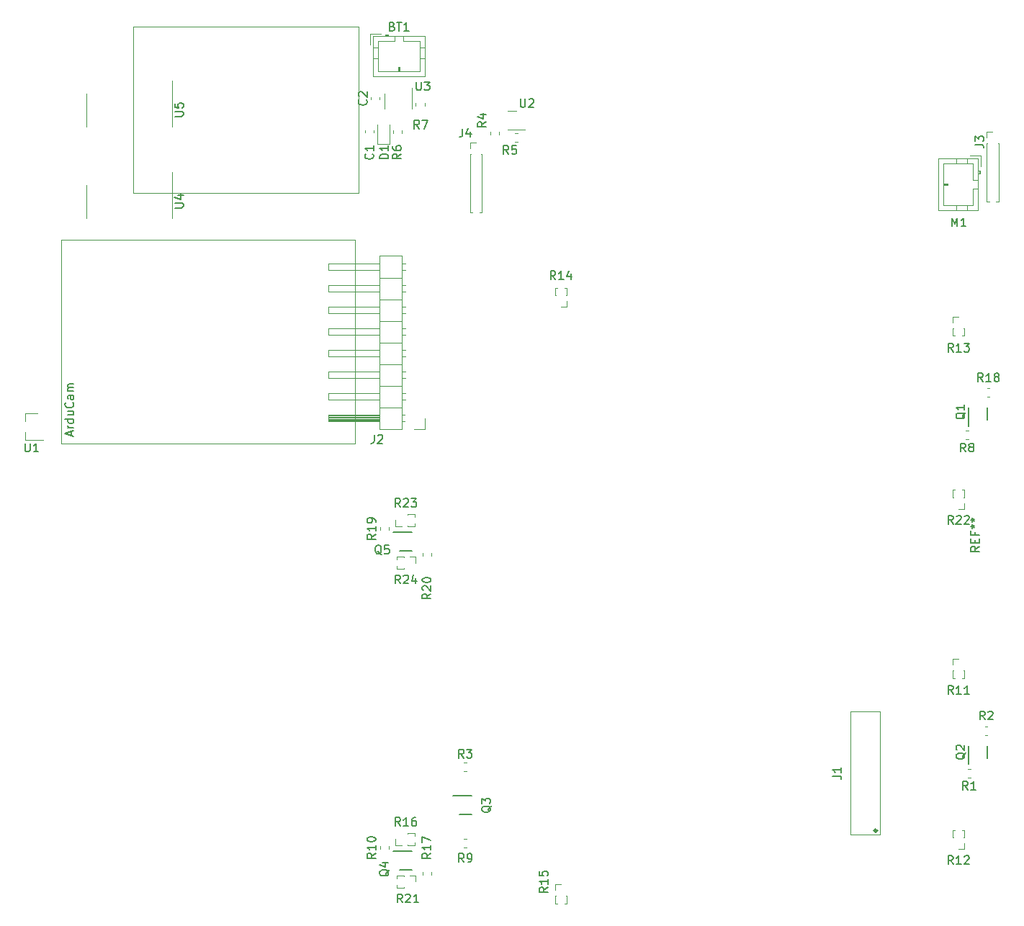
<source format=gbr>
G04 #@! TF.GenerationSoftware,KiCad,Pcbnew,(5.1.2)-2*
G04 #@! TF.CreationDate,2019-07-18T11:18:45-04:00*
G04 #@! TF.ProjectId,Burt,42757274-2e6b-4696-9361-645f70636258,rev?*
G04 #@! TF.SameCoordinates,Original*
G04 #@! TF.FileFunction,Legend,Top*
G04 #@! TF.FilePolarity,Positive*
%FSLAX46Y46*%
G04 Gerber Fmt 4.6, Leading zero omitted, Abs format (unit mm)*
G04 Created by KiCad (PCBNEW (5.1.2)-2) date 2019-07-18 11:18:45*
%MOMM*%
%LPD*%
G04 APERTURE LIST*
%ADD10C,0.120000*%
%ADD11C,0.150000*%
%ADD12C,0.300000*%
G04 APERTURE END LIST*
D10*
X-10000000Y41500000D02*
X-36500000Y41500000D01*
X-10000000Y61000000D02*
X-10000000Y41500000D01*
X-36500000Y61000000D02*
X-10000000Y61000000D01*
X-36500000Y41500000D02*
X-36500000Y61000000D01*
D11*
X-43833333Y12928571D02*
X-43833333Y13404761D01*
X-43547619Y12833333D02*
X-44547619Y13166666D01*
X-43547619Y13500000D01*
X-43547619Y13833333D02*
X-44214285Y13833333D01*
X-44023809Y13833333D02*
X-44119047Y13880952D01*
X-44166666Y13928571D01*
X-44214285Y14023809D01*
X-44214285Y14119047D01*
X-43547619Y14880952D02*
X-44547619Y14880952D01*
X-43595238Y14880952D02*
X-43547619Y14785714D01*
X-43547619Y14595238D01*
X-43595238Y14500000D01*
X-43642857Y14452380D01*
X-43738095Y14404761D01*
X-44023809Y14404761D01*
X-44119047Y14452380D01*
X-44166666Y14500000D01*
X-44214285Y14595238D01*
X-44214285Y14785714D01*
X-44166666Y14880952D01*
X-44214285Y15785714D02*
X-43547619Y15785714D01*
X-44214285Y15357142D02*
X-43690476Y15357142D01*
X-43595238Y15404761D01*
X-43547619Y15500000D01*
X-43547619Y15642857D01*
X-43595238Y15738095D01*
X-43642857Y15785714D01*
X-43642857Y16833333D02*
X-43595238Y16785714D01*
X-43547619Y16642857D01*
X-43547619Y16547619D01*
X-43595238Y16404761D01*
X-43690476Y16309523D01*
X-43785714Y16261904D01*
X-43976190Y16214285D01*
X-44119047Y16214285D01*
X-44309523Y16261904D01*
X-44404761Y16309523D01*
X-44500000Y16404761D01*
X-44547619Y16547619D01*
X-44547619Y16642857D01*
X-44500000Y16785714D01*
X-44452380Y16833333D01*
X-43547619Y17690476D02*
X-44071428Y17690476D01*
X-44166666Y17642857D01*
X-44214285Y17547619D01*
X-44214285Y17357142D01*
X-44166666Y17261904D01*
X-43595238Y17690476D02*
X-43547619Y17595238D01*
X-43547619Y17357142D01*
X-43595238Y17261904D01*
X-43690476Y17214285D01*
X-43785714Y17214285D01*
X-43880952Y17261904D01*
X-43928571Y17357142D01*
X-43928571Y17595238D01*
X-43976190Y17690476D01*
X-43547619Y18166666D02*
X-44214285Y18166666D01*
X-44119047Y18166666D02*
X-44166666Y18214285D01*
X-44214285Y18309523D01*
X-44214285Y18452380D01*
X-44166666Y18547619D01*
X-44071428Y18595238D01*
X-43547619Y18595238D01*
X-44071428Y18595238D02*
X-44166666Y18642857D01*
X-44214285Y18738095D01*
X-44214285Y18880952D01*
X-44166666Y18976190D01*
X-44071428Y19023809D01*
X-43547619Y19023809D01*
D10*
X-45000000Y12000000D02*
X-10500000Y12000000D01*
X-45000000Y36000000D02*
X-45000000Y12000000D01*
X-10500000Y36000000D02*
X-45000000Y36000000D01*
X-10500000Y12000000D02*
X-10500000Y36000000D01*
X-8360000Y59910000D02*
X-8360000Y55190000D01*
X-8360000Y55190000D02*
X-2240000Y55190000D01*
X-2240000Y55190000D02*
X-2240000Y59910000D01*
X-2240000Y59910000D02*
X-8360000Y59910000D01*
X-6600000Y59910000D02*
X-6600000Y60110000D01*
X-6600000Y60110000D02*
X-6900000Y60110000D01*
X-6900000Y60110000D02*
X-6900000Y59910000D01*
X-6600000Y60010000D02*
X-6900000Y60010000D01*
X-5800000Y59910000D02*
X-5800000Y59300000D01*
X-5800000Y59300000D02*
X-7750000Y59300000D01*
X-7750000Y59300000D02*
X-7750000Y55800000D01*
X-7750000Y55800000D02*
X-2850000Y55800000D01*
X-2850000Y55800000D02*
X-2850000Y59300000D01*
X-2850000Y59300000D02*
X-4800000Y59300000D01*
X-4800000Y59300000D02*
X-4800000Y59910000D01*
X-8360000Y58600000D02*
X-7750000Y58600000D01*
X-8360000Y57300000D02*
X-7750000Y57300000D01*
X-2240000Y58600000D02*
X-2850000Y58600000D01*
X-2240000Y57300000D02*
X-2850000Y57300000D01*
X-5400000Y55800000D02*
X-5400000Y56300000D01*
X-5400000Y56300000D02*
X-5200000Y56300000D01*
X-5200000Y56300000D02*
X-5200000Y55800000D01*
X-5300000Y55800000D02*
X-5300000Y56300000D01*
X-7410000Y60210000D02*
X-8660000Y60210000D01*
X-8660000Y60210000D02*
X-8660000Y58960000D01*
X-8240000Y48875279D02*
X-8240000Y48549721D01*
X-9260000Y48875279D02*
X-9260000Y48549721D01*
X-8610000Y52775279D02*
X-8610000Y52449721D01*
X-7590000Y52775279D02*
X-7590000Y52449721D01*
X-7835000Y49500000D02*
X-7835000Y47215000D01*
X-7835000Y47215000D02*
X-6365000Y47215000D01*
X-6365000Y47215000D02*
X-6365000Y49500000D01*
X63110000Y45860000D02*
X61860000Y45860000D01*
X63110000Y44610000D02*
X63110000Y45860000D01*
X58700000Y42500000D02*
X59200000Y42500000D01*
X59200000Y42400000D02*
X58700000Y42400000D01*
X59200000Y42600000D02*
X59200000Y42400000D01*
X58700000Y42600000D02*
X59200000Y42600000D01*
X60200000Y39440000D02*
X60200000Y40050000D01*
X61500000Y39440000D02*
X61500000Y40050000D01*
X60200000Y45560000D02*
X60200000Y44950000D01*
X61500000Y45560000D02*
X61500000Y44950000D01*
X62200000Y42000000D02*
X62810000Y42000000D01*
X62200000Y40050000D02*
X62200000Y42000000D01*
X58700000Y40050000D02*
X62200000Y40050000D01*
X58700000Y44950000D02*
X58700000Y40050000D01*
X62200000Y44950000D02*
X58700000Y44950000D01*
X62200000Y43000000D02*
X62200000Y44950000D01*
X62810000Y43000000D02*
X62200000Y43000000D01*
X62910000Y43800000D02*
X62910000Y44100000D01*
X63010000Y44100000D02*
X62810000Y44100000D01*
X63010000Y43800000D02*
X63010000Y44100000D01*
X62810000Y43800000D02*
X63010000Y43800000D01*
X62810000Y39440000D02*
X62810000Y45560000D01*
X58090000Y39440000D02*
X62810000Y39440000D01*
X58090000Y45560000D02*
X58090000Y39440000D01*
X62810000Y45560000D02*
X58090000Y45560000D01*
D11*
X63850000Y14775000D02*
X63850000Y16225000D01*
X61650000Y14050000D02*
X61650000Y16225000D01*
X63850000Y-24975000D02*
X63850000Y-23525000D01*
X61650000Y-25700000D02*
X61650000Y-23525000D01*
X1775000Y-31600000D02*
X3225000Y-31600000D01*
X1050000Y-29400000D02*
X3225000Y-29400000D01*
X-5950000Y1600000D02*
X-3775000Y1600000D01*
X-5225000Y-600000D02*
X-3775000Y-600000D01*
D10*
X61587221Y-27260000D02*
X61912779Y-27260000D01*
X61587221Y-26240000D02*
X61912779Y-26240000D01*
X63912779Y-21240000D02*
X63587221Y-21240000D01*
X63912779Y-22260000D02*
X63587221Y-22260000D01*
X2662779Y-25490000D02*
X2337221Y-25490000D01*
X2662779Y-26510000D02*
X2337221Y-26510000D01*
X6510000Y48662779D02*
X6510000Y48337221D01*
X5490000Y48662779D02*
X5490000Y48337221D01*
X8337221Y47490000D02*
X8662779Y47490000D01*
X8337221Y48510000D02*
X8662779Y48510000D01*
X-6010000Y48537221D02*
X-6010000Y48862779D01*
X-4990000Y48537221D02*
X-4990000Y48862779D01*
X-2290000Y52062779D02*
X-2290000Y51737221D01*
X-3310000Y52062779D02*
X-3310000Y51737221D01*
X61337221Y13510000D02*
X61662779Y13510000D01*
X61337221Y12490000D02*
X61662779Y12490000D01*
X2337221Y-35510000D02*
X2662779Y-35510000D01*
X2337221Y-34490000D02*
X2662779Y-34490000D01*
X-6490000Y-35337221D02*
X-6490000Y-35662779D01*
X-7510000Y-35337221D02*
X-7510000Y-35662779D01*
X59805000Y-13315000D02*
X60500000Y-13315000D01*
X59805000Y-14000000D02*
X59805000Y-13315000D01*
X61108276Y-14685000D02*
X61195000Y-14685000D01*
X59805000Y-14685000D02*
X59891724Y-14685000D01*
X61195000Y-14685000D02*
X61195000Y-15560000D01*
X59805000Y-14685000D02*
X59805000Y-15560000D01*
X60894493Y-15560000D02*
X61195000Y-15560000D01*
X59805000Y-15560000D02*
X60105507Y-15560000D01*
X61195000Y-35685000D02*
X60500000Y-35685000D01*
X61195000Y-35000000D02*
X61195000Y-35685000D01*
X59891724Y-34315000D02*
X59805000Y-34315000D01*
X61195000Y-34315000D02*
X61108276Y-34315000D01*
X59805000Y-34315000D02*
X59805000Y-33440000D01*
X61195000Y-34315000D02*
X61195000Y-33440000D01*
X60105507Y-33440000D02*
X59805000Y-33440000D01*
X61195000Y-33440000D02*
X60894493Y-33440000D01*
X59805000Y26935000D02*
X60500000Y26935000D01*
X59805000Y26250000D02*
X59805000Y26935000D01*
X61108276Y25565000D02*
X61195000Y25565000D01*
X59805000Y25565000D02*
X59891724Y25565000D01*
X61195000Y25565000D02*
X61195000Y24690000D01*
X59805000Y25565000D02*
X59805000Y24690000D01*
X60894493Y24690000D02*
X61195000Y24690000D01*
X59805000Y24690000D02*
X60105507Y24690000D01*
X14445000Y28065000D02*
X13750000Y28065000D01*
X14445000Y28750000D02*
X14445000Y28065000D01*
X13141724Y29435000D02*
X13055000Y29435000D01*
X14445000Y29435000D02*
X14358276Y29435000D01*
X13055000Y29435000D02*
X13055000Y30310000D01*
X14445000Y29435000D02*
X14445000Y30310000D01*
X13355507Y30310000D02*
X13055000Y30310000D01*
X14445000Y30310000D02*
X14144493Y30310000D01*
X13055000Y-42060000D02*
X13355507Y-42060000D01*
X14144493Y-42060000D02*
X14445000Y-42060000D01*
X13055000Y-41185000D02*
X13055000Y-42060000D01*
X14445000Y-41185000D02*
X14445000Y-42060000D01*
X13055000Y-41185000D02*
X13141724Y-41185000D01*
X14358276Y-41185000D02*
X14445000Y-41185000D01*
X13055000Y-40500000D02*
X13055000Y-39815000D01*
X13055000Y-39815000D02*
X13750000Y-39815000D01*
X-3440000Y-35195000D02*
X-3440000Y-34894493D01*
X-3440000Y-34105507D02*
X-3440000Y-33805000D01*
X-4315000Y-35195000D02*
X-3440000Y-35195000D01*
X-4315000Y-33805000D02*
X-3440000Y-33805000D01*
X-4315000Y-35195000D02*
X-4315000Y-35108276D01*
X-4315000Y-33891724D02*
X-4315000Y-33805000D01*
X-5000000Y-35195000D02*
X-5685000Y-35195000D01*
X-5685000Y-35195000D02*
X-5685000Y-34500000D01*
X-2510000Y-38662779D02*
X-2510000Y-38337221D01*
X-1490000Y-38662779D02*
X-1490000Y-38337221D01*
X64162779Y18510000D02*
X63837221Y18510000D01*
X64162779Y17490000D02*
X63837221Y17490000D01*
X-7510000Y2162779D02*
X-7510000Y1837221D01*
X-6490000Y2162779D02*
X-6490000Y1837221D01*
X-2510000Y-1162779D02*
X-2510000Y-837221D01*
X-1490000Y-1162779D02*
X-1490000Y-837221D01*
X-3315000Y-38805000D02*
X-3315000Y-39500000D01*
X-4000000Y-38805000D02*
X-3315000Y-38805000D01*
X-4685000Y-40108276D02*
X-4685000Y-40195000D01*
X-4685000Y-38805000D02*
X-4685000Y-38891724D01*
X-4685000Y-40195000D02*
X-5560000Y-40195000D01*
X-4685000Y-38805000D02*
X-5560000Y-38805000D01*
X-5560000Y-39894493D02*
X-5560000Y-40195000D01*
X-5560000Y-38805000D02*
X-5560000Y-39105507D01*
X61195000Y6560000D02*
X60894493Y6560000D01*
X60105507Y6560000D02*
X59805000Y6560000D01*
X61195000Y5685000D02*
X61195000Y6560000D01*
X59805000Y5685000D02*
X59805000Y6560000D01*
X61195000Y5685000D02*
X61108276Y5685000D01*
X59891724Y5685000D02*
X59805000Y5685000D01*
X61195000Y5000000D02*
X61195000Y4315000D01*
X61195000Y4315000D02*
X60500000Y4315000D01*
X-3440000Y2305000D02*
X-3440000Y2605507D01*
X-3440000Y3394493D02*
X-3440000Y3695000D01*
X-4315000Y2305000D02*
X-3440000Y2305000D01*
X-4315000Y3695000D02*
X-3440000Y3695000D01*
X-4315000Y2305000D02*
X-4315000Y2391724D01*
X-4315000Y3608276D02*
X-4315000Y3695000D01*
X-5000000Y2305000D02*
X-5685000Y2305000D01*
X-5685000Y2305000D02*
X-5685000Y3000000D01*
X-5560000Y-1305000D02*
X-5560000Y-1605507D01*
X-5560000Y-2394493D02*
X-5560000Y-2695000D01*
X-4685000Y-1305000D02*
X-5560000Y-1305000D01*
X-4685000Y-2695000D02*
X-5560000Y-2695000D01*
X-4685000Y-1305000D02*
X-4685000Y-1391724D01*
X-4685000Y-2608276D02*
X-4685000Y-2695000D01*
X-4000000Y-1305000D02*
X-3315000Y-1305000D01*
X-3315000Y-1305000D02*
X-3315000Y-2000000D01*
X-49260000Y15580000D02*
X-49260000Y14650000D01*
X-49260000Y12420000D02*
X-49260000Y13350000D01*
X-49260000Y12420000D02*
X-47100000Y12420000D01*
X-49260000Y15580000D02*
X-47800000Y15580000D01*
X8500000Y51110000D02*
X7500000Y51110000D01*
X9500000Y48890000D02*
X7500000Y48890000D01*
X-7010000Y53200000D02*
X-7010000Y51400000D01*
X-3790000Y51400000D02*
X-3790000Y53850000D01*
X-42060000Y40500000D02*
X-42060000Y38550000D01*
X-42060000Y40500000D02*
X-42060000Y42450000D01*
X-31940000Y40500000D02*
X-31940000Y38550000D01*
X-31940000Y40500000D02*
X-31940000Y43950000D01*
X-4940000Y13670000D02*
X-4940000Y34110000D01*
X-4940000Y34110000D02*
X-7600000Y34110000D01*
X-7600000Y34110000D02*
X-7600000Y13670000D01*
X-7600000Y13670000D02*
X-4940000Y13670000D01*
X-7600000Y14620000D02*
X-13600000Y14620000D01*
X-13600000Y14620000D02*
X-13600000Y15380000D01*
X-13600000Y15380000D02*
X-7600000Y15380000D01*
X-7600000Y14680000D02*
X-13600000Y14680000D01*
X-7600000Y14800000D02*
X-13600000Y14800000D01*
X-7600000Y14920000D02*
X-13600000Y14920000D01*
X-7600000Y15040000D02*
X-13600000Y15040000D01*
X-7600000Y15160000D02*
X-13600000Y15160000D01*
X-7600000Y15280000D02*
X-13600000Y15280000D01*
X-4610000Y14620000D02*
X-4940000Y14620000D01*
X-4610000Y15380000D02*
X-4940000Y15380000D01*
X-4940000Y16270000D02*
X-7600000Y16270000D01*
X-7600000Y17160000D02*
X-13600000Y17160000D01*
X-13600000Y17160000D02*
X-13600000Y17920000D01*
X-13600000Y17920000D02*
X-7600000Y17920000D01*
X-4542929Y17160000D02*
X-4940000Y17160000D01*
X-4542929Y17920000D02*
X-4940000Y17920000D01*
X-4940000Y18810000D02*
X-7600000Y18810000D01*
X-7600000Y19700000D02*
X-13600000Y19700000D01*
X-13600000Y19700000D02*
X-13600000Y20460000D01*
X-13600000Y20460000D02*
X-7600000Y20460000D01*
X-4542929Y19700000D02*
X-4940000Y19700000D01*
X-4542929Y20460000D02*
X-4940000Y20460000D01*
X-4940000Y21350000D02*
X-7600000Y21350000D01*
X-7600000Y22240000D02*
X-13600000Y22240000D01*
X-13600000Y22240000D02*
X-13600000Y23000000D01*
X-13600000Y23000000D02*
X-7600000Y23000000D01*
X-4542929Y22240000D02*
X-4940000Y22240000D01*
X-4542929Y23000000D02*
X-4940000Y23000000D01*
X-4940000Y23890000D02*
X-7600000Y23890000D01*
X-7600000Y24780000D02*
X-13600000Y24780000D01*
X-13600000Y24780000D02*
X-13600000Y25540000D01*
X-13600000Y25540000D02*
X-7600000Y25540000D01*
X-4542929Y24780000D02*
X-4940000Y24780000D01*
X-4542929Y25540000D02*
X-4940000Y25540000D01*
X-4940000Y26430000D02*
X-7600000Y26430000D01*
X-7600000Y27320000D02*
X-13600000Y27320000D01*
X-13600000Y27320000D02*
X-13600000Y28080000D01*
X-13600000Y28080000D02*
X-7600000Y28080000D01*
X-4542929Y27320000D02*
X-4940000Y27320000D01*
X-4542929Y28080000D02*
X-4940000Y28080000D01*
X-4940000Y28970000D02*
X-7600000Y28970000D01*
X-7600000Y29860000D02*
X-13600000Y29860000D01*
X-13600000Y29860000D02*
X-13600000Y30620000D01*
X-13600000Y30620000D02*
X-7600000Y30620000D01*
X-4542929Y29860000D02*
X-4940000Y29860000D01*
X-4542929Y30620000D02*
X-4940000Y30620000D01*
X-4940000Y31510000D02*
X-7600000Y31510000D01*
X-7600000Y32400000D02*
X-13600000Y32400000D01*
X-13600000Y32400000D02*
X-13600000Y33160000D01*
X-13600000Y33160000D02*
X-7600000Y33160000D01*
X-4542929Y32400000D02*
X-4940000Y32400000D01*
X-4542929Y33160000D02*
X-4940000Y33160000D01*
X-2230000Y15000000D02*
X-2230000Y13730000D01*
X-2230000Y13730000D02*
X-3500000Y13730000D01*
X51250000Y-19500000D02*
X51250000Y-34000000D01*
X51250000Y-34000000D02*
X47750000Y-34000000D01*
X47750000Y-34000000D02*
X47750000Y-19500000D01*
X47750000Y-19500000D02*
X51250000Y-19500000D01*
D12*
X50900000Y-33500000D02*
G75*
G03X50900000Y-33500000I-150000J0D01*
G01*
D11*
X-5950000Y-35900000D02*
X-3775000Y-35900000D01*
X-5225000Y-38100000D02*
X-3775000Y-38100000D01*
D10*
X-42060000Y51250000D02*
X-42060000Y49300000D01*
X-42060000Y51250000D02*
X-42060000Y53200000D01*
X-31940000Y51250000D02*
X-31940000Y49300000D01*
X-31940000Y51250000D02*
X-31940000Y54700000D01*
X63805000Y48685000D02*
X64500000Y48685000D01*
X63805000Y48000000D02*
X63805000Y48685000D01*
X65108276Y47315000D02*
X65195000Y47315000D01*
X63805000Y47315000D02*
X63891724Y47315000D01*
X65195000Y47315000D02*
X65195000Y40440000D01*
X63805000Y47315000D02*
X63805000Y40440000D01*
X64894493Y40440000D02*
X65195000Y40440000D01*
X63805000Y40440000D02*
X64105507Y40440000D01*
X3055000Y39190000D02*
X3355507Y39190000D01*
X4144493Y39190000D02*
X4445000Y39190000D01*
X3055000Y46065000D02*
X3055000Y39190000D01*
X4445000Y46065000D02*
X4445000Y39190000D01*
X3055000Y46065000D02*
X3141724Y46065000D01*
X4358276Y46065000D02*
X4445000Y46065000D01*
X3055000Y46750000D02*
X3055000Y47435000D01*
X3055000Y47435000D02*
X3750000Y47435000D01*
D11*
X62952380Y-83333D02*
X62476190Y-416666D01*
X62952380Y-654761D02*
X61952380Y-654761D01*
X61952380Y-273809D01*
X62000000Y-178571D01*
X62047619Y-130952D01*
X62142857Y-83333D01*
X62285714Y-83333D01*
X62380952Y-130952D01*
X62428571Y-178571D01*
X62476190Y-273809D01*
X62476190Y-654761D01*
X62428571Y345238D02*
X62428571Y678571D01*
X62952380Y821428D02*
X62952380Y345238D01*
X61952380Y345238D01*
X61952380Y821428D01*
X62428571Y1583333D02*
X62428571Y1250000D01*
X62952380Y1250000D02*
X61952380Y1250000D01*
X61952380Y1726190D01*
X61952380Y2250000D02*
X62190476Y2250000D01*
X62095238Y2011904D02*
X62190476Y2250000D01*
X62095238Y2488095D01*
X62380952Y2107142D02*
X62190476Y2250000D01*
X62380952Y2392857D01*
X61952380Y3011904D02*
X62190476Y3011904D01*
X62095238Y2773809D02*
X62190476Y3011904D01*
X62095238Y3250000D01*
X62380952Y2869047D02*
X62190476Y3011904D01*
X62380952Y3154761D01*
X-6085714Y61071428D02*
X-5942857Y61023809D01*
X-5895238Y60976190D01*
X-5847619Y60880952D01*
X-5847619Y60738095D01*
X-5895238Y60642857D01*
X-5942857Y60595238D01*
X-6038095Y60547619D01*
X-6419047Y60547619D01*
X-6419047Y61547619D01*
X-6085714Y61547619D01*
X-5990476Y61500000D01*
X-5942857Y61452380D01*
X-5895238Y61357142D01*
X-5895238Y61261904D01*
X-5942857Y61166666D01*
X-5990476Y61119047D01*
X-6085714Y61071428D01*
X-6419047Y61071428D01*
X-5561904Y61547619D02*
X-4990476Y61547619D01*
X-5276190Y60547619D02*
X-5276190Y61547619D01*
X-4133333Y60547619D02*
X-4704761Y60547619D01*
X-4419047Y60547619D02*
X-4419047Y61547619D01*
X-4514285Y61404761D01*
X-4609523Y61309523D01*
X-4704761Y61261904D01*
X-8392857Y46083333D02*
X-8345238Y46035714D01*
X-8297619Y45892857D01*
X-8297619Y45797619D01*
X-8345238Y45654761D01*
X-8440476Y45559523D01*
X-8535714Y45511904D01*
X-8726190Y45464285D01*
X-8869047Y45464285D01*
X-9059523Y45511904D01*
X-9154761Y45559523D01*
X-9250000Y45654761D01*
X-9297619Y45797619D01*
X-9297619Y45892857D01*
X-9250000Y46035714D01*
X-9202380Y46083333D01*
X-8297619Y47035714D02*
X-8297619Y46464285D01*
X-8297619Y46750000D02*
X-9297619Y46750000D01*
X-9154761Y46654761D01*
X-9059523Y46559523D01*
X-9011904Y46464285D01*
X-9142857Y52445833D02*
X-9095238Y52398214D01*
X-9047619Y52255357D01*
X-9047619Y52160119D01*
X-9095238Y52017261D01*
X-9190476Y51922023D01*
X-9285714Y51874404D01*
X-9476190Y51826785D01*
X-9619047Y51826785D01*
X-9809523Y51874404D01*
X-9904761Y51922023D01*
X-10000000Y52017261D01*
X-10047619Y52160119D01*
X-10047619Y52255357D01*
X-10000000Y52398214D01*
X-9952380Y52445833D01*
X-9952380Y52826785D02*
X-10000000Y52874404D01*
X-10047619Y52969642D01*
X-10047619Y53207738D01*
X-10000000Y53302976D01*
X-9952380Y53350595D01*
X-9857142Y53398214D01*
X-9761904Y53398214D01*
X-9619047Y53350595D01*
X-9047619Y52779166D01*
X-9047619Y53398214D01*
X-6547619Y45511904D02*
X-7547619Y45511904D01*
X-7547619Y45750000D01*
X-7500000Y45892857D01*
X-7404761Y45988095D01*
X-7309523Y46035714D01*
X-7119047Y46083333D01*
X-6976190Y46083333D01*
X-6785714Y46035714D01*
X-6690476Y45988095D01*
X-6595238Y45892857D01*
X-6547619Y45750000D01*
X-6547619Y45511904D01*
X-6547619Y47035714D02*
X-6547619Y46464285D01*
X-6547619Y46750000D02*
X-7547619Y46750000D01*
X-7404761Y46654761D01*
X-7309523Y46559523D01*
X-7261904Y46464285D01*
X59690476Y37547619D02*
X59690476Y38547619D01*
X60023809Y37833333D01*
X60357142Y38547619D01*
X60357142Y37547619D01*
X61357142Y37547619D02*
X60785714Y37547619D01*
X61071428Y37547619D02*
X61071428Y38547619D01*
X60976190Y38404761D01*
X60880952Y38309523D01*
X60785714Y38261904D01*
X61297619Y15654761D02*
X61250000Y15559523D01*
X61154761Y15464285D01*
X61011904Y15321428D01*
X60964285Y15226190D01*
X60964285Y15130952D01*
X61202380Y15178571D02*
X61154761Y15083333D01*
X61059523Y14988095D01*
X60869047Y14940476D01*
X60535714Y14940476D01*
X60345238Y14988095D01*
X60250000Y15083333D01*
X60202380Y15178571D01*
X60202380Y15369047D01*
X60250000Y15464285D01*
X60345238Y15559523D01*
X60535714Y15607142D01*
X60869047Y15607142D01*
X61059523Y15559523D01*
X61154761Y15464285D01*
X61202380Y15369047D01*
X61202380Y15178571D01*
X61202380Y16559523D02*
X61202380Y15988095D01*
X61202380Y16273809D02*
X60202380Y16273809D01*
X60345238Y16178571D01*
X60440476Y16083333D01*
X60488095Y15988095D01*
X61297619Y-24345238D02*
X61250000Y-24440476D01*
X61154761Y-24535714D01*
X61011904Y-24678571D01*
X60964285Y-24773809D01*
X60964285Y-24869047D01*
X61202380Y-24821428D02*
X61154761Y-24916666D01*
X61059523Y-25011904D01*
X60869047Y-25059523D01*
X60535714Y-25059523D01*
X60345238Y-25011904D01*
X60250000Y-24916666D01*
X60202380Y-24821428D01*
X60202380Y-24630952D01*
X60250000Y-24535714D01*
X60345238Y-24440476D01*
X60535714Y-24392857D01*
X60869047Y-24392857D01*
X61059523Y-24440476D01*
X61154761Y-24535714D01*
X61202380Y-24630952D01*
X61202380Y-24821428D01*
X60297619Y-24011904D02*
X60250000Y-23964285D01*
X60202380Y-23869047D01*
X60202380Y-23630952D01*
X60250000Y-23535714D01*
X60297619Y-23488095D01*
X60392857Y-23440476D01*
X60488095Y-23440476D01*
X60630952Y-23488095D01*
X61202380Y-24059523D01*
X61202380Y-23440476D01*
X5547619Y-30595238D02*
X5500000Y-30690476D01*
X5404761Y-30785714D01*
X5261904Y-30928571D01*
X5214285Y-31023809D01*
X5214285Y-31119047D01*
X5452380Y-31071428D02*
X5404761Y-31166666D01*
X5309523Y-31261904D01*
X5119047Y-31309523D01*
X4785714Y-31309523D01*
X4595238Y-31261904D01*
X4500000Y-31166666D01*
X4452380Y-31071428D01*
X4452380Y-30880952D01*
X4500000Y-30785714D01*
X4595238Y-30690476D01*
X4785714Y-30642857D01*
X5119047Y-30642857D01*
X5309523Y-30690476D01*
X5404761Y-30785714D01*
X5452380Y-30880952D01*
X5452380Y-31071428D01*
X4452380Y-30309523D02*
X4452380Y-29690476D01*
X4833333Y-30023809D01*
X4833333Y-29880952D01*
X4880952Y-29785714D01*
X4928571Y-29738095D01*
X5023809Y-29690476D01*
X5261904Y-29690476D01*
X5357142Y-29738095D01*
X5404761Y-29785714D01*
X5452380Y-29880952D01*
X5452380Y-30166666D01*
X5404761Y-30261904D01*
X5357142Y-30309523D01*
X-7345238Y-1047619D02*
X-7440476Y-1000000D01*
X-7535714Y-904761D01*
X-7678571Y-761904D01*
X-7773809Y-714285D01*
X-7869047Y-714285D01*
X-7821428Y-952380D02*
X-7916666Y-904761D01*
X-8011904Y-809523D01*
X-8059523Y-619047D01*
X-8059523Y-285714D01*
X-8011904Y-95238D01*
X-7916666Y0D01*
X-7821428Y47619D01*
X-7630952Y47619D01*
X-7535714Y0D01*
X-7440476Y-95238D01*
X-7392857Y-285714D01*
X-7392857Y-619047D01*
X-7440476Y-809523D01*
X-7535714Y-904761D01*
X-7630952Y-952380D01*
X-7821428Y-952380D01*
X-6488095Y47619D02*
X-6964285Y47619D01*
X-7011904Y-428571D01*
X-6964285Y-380952D01*
X-6869047Y-333333D01*
X-6630952Y-333333D01*
X-6535714Y-380952D01*
X-6488095Y-428571D01*
X-6440476Y-523809D01*
X-6440476Y-761904D01*
X-6488095Y-857142D01*
X-6535714Y-904761D01*
X-6630952Y-952380D01*
X-6869047Y-952380D01*
X-6964285Y-904761D01*
X-7011904Y-857142D01*
X61583333Y-28702380D02*
X61250000Y-28226190D01*
X61011904Y-28702380D02*
X61011904Y-27702380D01*
X61392857Y-27702380D01*
X61488095Y-27750000D01*
X61535714Y-27797619D01*
X61583333Y-27892857D01*
X61583333Y-28035714D01*
X61535714Y-28130952D01*
X61488095Y-28178571D01*
X61392857Y-28226190D01*
X61011904Y-28226190D01*
X62535714Y-28702380D02*
X61964285Y-28702380D01*
X62250000Y-28702380D02*
X62250000Y-27702380D01*
X62154761Y-27845238D01*
X62059523Y-27940476D01*
X61964285Y-27988095D01*
X63583333Y-20452380D02*
X63250000Y-19976190D01*
X63011904Y-20452380D02*
X63011904Y-19452380D01*
X63392857Y-19452380D01*
X63488095Y-19500000D01*
X63535714Y-19547619D01*
X63583333Y-19642857D01*
X63583333Y-19785714D01*
X63535714Y-19880952D01*
X63488095Y-19928571D01*
X63392857Y-19976190D01*
X63011904Y-19976190D01*
X63964285Y-19547619D02*
X64011904Y-19500000D01*
X64107142Y-19452380D01*
X64345238Y-19452380D01*
X64440476Y-19500000D01*
X64488095Y-19547619D01*
X64535714Y-19642857D01*
X64535714Y-19738095D01*
X64488095Y-19880952D01*
X63916666Y-20452380D01*
X64535714Y-20452380D01*
X2333333Y-24952380D02*
X2000000Y-24476190D01*
X1761904Y-24952380D02*
X1761904Y-23952380D01*
X2142857Y-23952380D01*
X2238095Y-24000000D01*
X2285714Y-24047619D01*
X2333333Y-24142857D01*
X2333333Y-24285714D01*
X2285714Y-24380952D01*
X2238095Y-24428571D01*
X2142857Y-24476190D01*
X1761904Y-24476190D01*
X2666666Y-23952380D02*
X3285714Y-23952380D01*
X2952380Y-24333333D01*
X3095238Y-24333333D01*
X3190476Y-24380952D01*
X3238095Y-24428571D01*
X3285714Y-24523809D01*
X3285714Y-24761904D01*
X3238095Y-24857142D01*
X3190476Y-24904761D01*
X3095238Y-24952380D01*
X2809523Y-24952380D01*
X2714285Y-24904761D01*
X2666666Y-24857142D01*
X4952380Y49833333D02*
X4476190Y49500000D01*
X4952380Y49261904D02*
X3952380Y49261904D01*
X3952380Y49642857D01*
X4000000Y49738095D01*
X4047619Y49785714D01*
X4142857Y49833333D01*
X4285714Y49833333D01*
X4380952Y49785714D01*
X4428571Y49738095D01*
X4476190Y49642857D01*
X4476190Y49261904D01*
X4285714Y50690476D02*
X4952380Y50690476D01*
X3904761Y50452380D02*
X4619047Y50214285D01*
X4619047Y50833333D01*
X7583333Y46047619D02*
X7250000Y46523809D01*
X7011904Y46047619D02*
X7011904Y47047619D01*
X7392857Y47047619D01*
X7488095Y47000000D01*
X7535714Y46952380D01*
X7583333Y46857142D01*
X7583333Y46714285D01*
X7535714Y46619047D01*
X7488095Y46571428D01*
X7392857Y46523809D01*
X7011904Y46523809D01*
X8488095Y47047619D02*
X8011904Y47047619D01*
X7964285Y46571428D01*
X8011904Y46619047D01*
X8107142Y46666666D01*
X8345238Y46666666D01*
X8440476Y46619047D01*
X8488095Y46571428D01*
X8535714Y46476190D01*
X8535714Y46238095D01*
X8488095Y46142857D01*
X8440476Y46095238D01*
X8345238Y46047619D01*
X8107142Y46047619D01*
X8011904Y46095238D01*
X7964285Y46142857D01*
X-5047619Y46083333D02*
X-5523809Y45750000D01*
X-5047619Y45511904D02*
X-6047619Y45511904D01*
X-6047619Y45892857D01*
X-6000000Y45988095D01*
X-5952380Y46035714D01*
X-5857142Y46083333D01*
X-5714285Y46083333D01*
X-5619047Y46035714D01*
X-5571428Y45988095D01*
X-5523809Y45892857D01*
X-5523809Y45511904D01*
X-6047619Y46940476D02*
X-6047619Y46750000D01*
X-6000000Y46654761D01*
X-5952380Y46607142D01*
X-5809523Y46511904D01*
X-5619047Y46464285D01*
X-5238095Y46464285D01*
X-5142857Y46511904D01*
X-5095238Y46559523D01*
X-5047619Y46654761D01*
X-5047619Y46845238D01*
X-5095238Y46940476D01*
X-5142857Y46988095D01*
X-5238095Y47035714D01*
X-5476190Y47035714D01*
X-5571428Y46988095D01*
X-5619047Y46940476D01*
X-5666666Y46845238D01*
X-5666666Y46654761D01*
X-5619047Y46559523D01*
X-5571428Y46511904D01*
X-5476190Y46464285D01*
X-2916666Y49047619D02*
X-3250000Y49523809D01*
X-3488095Y49047619D02*
X-3488095Y50047619D01*
X-3107142Y50047619D01*
X-3011904Y50000000D01*
X-2964285Y49952380D01*
X-2916666Y49857142D01*
X-2916666Y49714285D01*
X-2964285Y49619047D01*
X-3011904Y49571428D01*
X-3107142Y49523809D01*
X-3488095Y49523809D01*
X-2583333Y50047619D02*
X-1916666Y50047619D01*
X-2345238Y49047619D01*
X61333333Y11047619D02*
X61000000Y11523809D01*
X60761904Y11047619D02*
X60761904Y12047619D01*
X61142857Y12047619D01*
X61238095Y12000000D01*
X61285714Y11952380D01*
X61333333Y11857142D01*
X61333333Y11714285D01*
X61285714Y11619047D01*
X61238095Y11571428D01*
X61142857Y11523809D01*
X60761904Y11523809D01*
X61904761Y11619047D02*
X61809523Y11666666D01*
X61761904Y11714285D01*
X61714285Y11809523D01*
X61714285Y11857142D01*
X61761904Y11952380D01*
X61809523Y12000000D01*
X61904761Y12047619D01*
X62095238Y12047619D01*
X62190476Y12000000D01*
X62238095Y11952380D01*
X62285714Y11857142D01*
X62285714Y11809523D01*
X62238095Y11714285D01*
X62190476Y11666666D01*
X62095238Y11619047D01*
X61904761Y11619047D01*
X61809523Y11571428D01*
X61761904Y11523809D01*
X61714285Y11428571D01*
X61714285Y11238095D01*
X61761904Y11142857D01*
X61809523Y11095238D01*
X61904761Y11047619D01*
X62095238Y11047619D01*
X62190476Y11095238D01*
X62238095Y11142857D01*
X62285714Y11238095D01*
X62285714Y11428571D01*
X62238095Y11523809D01*
X62190476Y11571428D01*
X62095238Y11619047D01*
X2333333Y-37202380D02*
X2000000Y-36726190D01*
X1761904Y-37202380D02*
X1761904Y-36202380D01*
X2142857Y-36202380D01*
X2238095Y-36250000D01*
X2285714Y-36297619D01*
X2333333Y-36392857D01*
X2333333Y-36535714D01*
X2285714Y-36630952D01*
X2238095Y-36678571D01*
X2142857Y-36726190D01*
X1761904Y-36726190D01*
X2809523Y-37202380D02*
X3000000Y-37202380D01*
X3095238Y-37154761D01*
X3142857Y-37107142D01*
X3238095Y-36964285D01*
X3285714Y-36773809D01*
X3285714Y-36392857D01*
X3238095Y-36297619D01*
X3190476Y-36250000D01*
X3095238Y-36202380D01*
X2904761Y-36202380D01*
X2809523Y-36250000D01*
X2761904Y-36297619D01*
X2714285Y-36392857D01*
X2714285Y-36630952D01*
X2761904Y-36726190D01*
X2809523Y-36773809D01*
X2904761Y-36821428D01*
X3095238Y-36821428D01*
X3190476Y-36773809D01*
X3238095Y-36726190D01*
X3285714Y-36630952D01*
X-8047619Y-36142857D02*
X-8523809Y-36476190D01*
X-8047619Y-36714285D02*
X-9047619Y-36714285D01*
X-9047619Y-36333333D01*
X-9000000Y-36238095D01*
X-8952380Y-36190476D01*
X-8857142Y-36142857D01*
X-8714285Y-36142857D01*
X-8619047Y-36190476D01*
X-8571428Y-36238095D01*
X-8523809Y-36333333D01*
X-8523809Y-36714285D01*
X-8047619Y-35190476D02*
X-8047619Y-35761904D01*
X-8047619Y-35476190D02*
X-9047619Y-35476190D01*
X-8904761Y-35571428D01*
X-8809523Y-35666666D01*
X-8761904Y-35761904D01*
X-9047619Y-34571428D02*
X-9047619Y-34476190D01*
X-9000000Y-34380952D01*
X-8952380Y-34333333D01*
X-8857142Y-34285714D01*
X-8666666Y-34238095D01*
X-8428571Y-34238095D01*
X-8238095Y-34285714D01*
X-8142857Y-34333333D01*
X-8095238Y-34380952D01*
X-8047619Y-34476190D01*
X-8047619Y-34571428D01*
X-8095238Y-34666666D01*
X-8142857Y-34714285D01*
X-8238095Y-34761904D01*
X-8428571Y-34809523D01*
X-8666666Y-34809523D01*
X-8857142Y-34761904D01*
X-8952380Y-34714285D01*
X-9000000Y-34666666D01*
X-9047619Y-34571428D01*
X59857142Y-17452380D02*
X59523809Y-16976190D01*
X59285714Y-17452380D02*
X59285714Y-16452380D01*
X59666666Y-16452380D01*
X59761904Y-16500000D01*
X59809523Y-16547619D01*
X59857142Y-16642857D01*
X59857142Y-16785714D01*
X59809523Y-16880952D01*
X59761904Y-16928571D01*
X59666666Y-16976190D01*
X59285714Y-16976190D01*
X60809523Y-17452380D02*
X60238095Y-17452380D01*
X60523809Y-17452380D02*
X60523809Y-16452380D01*
X60428571Y-16595238D01*
X60333333Y-16690476D01*
X60238095Y-16738095D01*
X61761904Y-17452380D02*
X61190476Y-17452380D01*
X61476190Y-17452380D02*
X61476190Y-16452380D01*
X61380952Y-16595238D01*
X61285714Y-16690476D01*
X61190476Y-16738095D01*
X59857142Y-37452380D02*
X59523809Y-36976190D01*
X59285714Y-37452380D02*
X59285714Y-36452380D01*
X59666666Y-36452380D01*
X59761904Y-36500000D01*
X59809523Y-36547619D01*
X59857142Y-36642857D01*
X59857142Y-36785714D01*
X59809523Y-36880952D01*
X59761904Y-36928571D01*
X59666666Y-36976190D01*
X59285714Y-36976190D01*
X60809523Y-37452380D02*
X60238095Y-37452380D01*
X60523809Y-37452380D02*
X60523809Y-36452380D01*
X60428571Y-36595238D01*
X60333333Y-36690476D01*
X60238095Y-36738095D01*
X61190476Y-36547619D02*
X61238095Y-36500000D01*
X61333333Y-36452380D01*
X61571428Y-36452380D01*
X61666666Y-36500000D01*
X61714285Y-36547619D01*
X61761904Y-36642857D01*
X61761904Y-36738095D01*
X61714285Y-36880952D01*
X61142857Y-37452380D01*
X61761904Y-37452380D01*
X59857142Y22797619D02*
X59523809Y23273809D01*
X59285714Y22797619D02*
X59285714Y23797619D01*
X59666666Y23797619D01*
X59761904Y23750000D01*
X59809523Y23702380D01*
X59857142Y23607142D01*
X59857142Y23464285D01*
X59809523Y23369047D01*
X59761904Y23321428D01*
X59666666Y23273809D01*
X59285714Y23273809D01*
X60809523Y22797619D02*
X60238095Y22797619D01*
X60523809Y22797619D02*
X60523809Y23797619D01*
X60428571Y23654761D01*
X60333333Y23559523D01*
X60238095Y23511904D01*
X61142857Y23797619D02*
X61761904Y23797619D01*
X61428571Y23416666D01*
X61571428Y23416666D01*
X61666666Y23369047D01*
X61714285Y23321428D01*
X61761904Y23226190D01*
X61761904Y22988095D01*
X61714285Y22892857D01*
X61666666Y22845238D01*
X61571428Y22797619D01*
X61285714Y22797619D01*
X61190476Y22845238D01*
X61142857Y22892857D01*
X13107142Y31297619D02*
X12773809Y31773809D01*
X12535714Y31297619D02*
X12535714Y32297619D01*
X12916666Y32297619D01*
X13011904Y32250000D01*
X13059523Y32202380D01*
X13107142Y32107142D01*
X13107142Y31964285D01*
X13059523Y31869047D01*
X13011904Y31821428D01*
X12916666Y31773809D01*
X12535714Y31773809D01*
X14059523Y31297619D02*
X13488095Y31297619D01*
X13773809Y31297619D02*
X13773809Y32297619D01*
X13678571Y32154761D01*
X13583333Y32059523D01*
X13488095Y32011904D01*
X14916666Y31964285D02*
X14916666Y31297619D01*
X14678571Y32345238D02*
X14440476Y31630952D01*
X15059523Y31630952D01*
X12202380Y-40142857D02*
X11726190Y-40476190D01*
X12202380Y-40714285D02*
X11202380Y-40714285D01*
X11202380Y-40333333D01*
X11250000Y-40238095D01*
X11297619Y-40190476D01*
X11392857Y-40142857D01*
X11535714Y-40142857D01*
X11630952Y-40190476D01*
X11678571Y-40238095D01*
X11726190Y-40333333D01*
X11726190Y-40714285D01*
X12202380Y-39190476D02*
X12202380Y-39761904D01*
X12202380Y-39476190D02*
X11202380Y-39476190D01*
X11345238Y-39571428D01*
X11440476Y-39666666D01*
X11488095Y-39761904D01*
X11202380Y-38285714D02*
X11202380Y-38761904D01*
X11678571Y-38809523D01*
X11630952Y-38761904D01*
X11583333Y-38666666D01*
X11583333Y-38428571D01*
X11630952Y-38333333D01*
X11678571Y-38285714D01*
X11773809Y-38238095D01*
X12011904Y-38238095D01*
X12107142Y-38285714D01*
X12154761Y-38333333D01*
X12202380Y-38428571D01*
X12202380Y-38666666D01*
X12154761Y-38761904D01*
X12107142Y-38809523D01*
X-5142857Y-32952380D02*
X-5476190Y-32476190D01*
X-5714285Y-32952380D02*
X-5714285Y-31952380D01*
X-5333333Y-31952380D01*
X-5238095Y-32000000D01*
X-5190476Y-32047619D01*
X-5142857Y-32142857D01*
X-5142857Y-32285714D01*
X-5190476Y-32380952D01*
X-5238095Y-32428571D01*
X-5333333Y-32476190D01*
X-5714285Y-32476190D01*
X-4190476Y-32952380D02*
X-4761904Y-32952380D01*
X-4476190Y-32952380D02*
X-4476190Y-31952380D01*
X-4571428Y-32095238D01*
X-4666666Y-32190476D01*
X-4761904Y-32238095D01*
X-3333333Y-31952380D02*
X-3523809Y-31952380D01*
X-3619047Y-32000000D01*
X-3666666Y-32047619D01*
X-3761904Y-32190476D01*
X-3809523Y-32380952D01*
X-3809523Y-32761904D01*
X-3761904Y-32857142D01*
X-3714285Y-32904761D01*
X-3619047Y-32952380D01*
X-3428571Y-32952380D01*
X-3333333Y-32904761D01*
X-3285714Y-32857142D01*
X-3238095Y-32761904D01*
X-3238095Y-32523809D01*
X-3285714Y-32428571D01*
X-3333333Y-32380952D01*
X-3428571Y-32333333D01*
X-3619047Y-32333333D01*
X-3714285Y-32380952D01*
X-3761904Y-32428571D01*
X-3809523Y-32523809D01*
X-1547619Y-36142857D02*
X-2023809Y-36476190D01*
X-1547619Y-36714285D02*
X-2547619Y-36714285D01*
X-2547619Y-36333333D01*
X-2500000Y-36238095D01*
X-2452380Y-36190476D01*
X-2357142Y-36142857D01*
X-2214285Y-36142857D01*
X-2119047Y-36190476D01*
X-2071428Y-36238095D01*
X-2023809Y-36333333D01*
X-2023809Y-36714285D01*
X-1547619Y-35190476D02*
X-1547619Y-35761904D01*
X-1547619Y-35476190D02*
X-2547619Y-35476190D01*
X-2404761Y-35571428D01*
X-2309523Y-35666666D01*
X-2261904Y-35761904D01*
X-2547619Y-34857142D02*
X-2547619Y-34190476D01*
X-1547619Y-34619047D01*
X63357142Y19297619D02*
X63023809Y19773809D01*
X62785714Y19297619D02*
X62785714Y20297619D01*
X63166666Y20297619D01*
X63261904Y20250000D01*
X63309523Y20202380D01*
X63357142Y20107142D01*
X63357142Y19964285D01*
X63309523Y19869047D01*
X63261904Y19821428D01*
X63166666Y19773809D01*
X62785714Y19773809D01*
X64309523Y19297619D02*
X63738095Y19297619D01*
X64023809Y19297619D02*
X64023809Y20297619D01*
X63928571Y20154761D01*
X63833333Y20059523D01*
X63738095Y20011904D01*
X64880952Y19869047D02*
X64785714Y19916666D01*
X64738095Y19964285D01*
X64690476Y20059523D01*
X64690476Y20107142D01*
X64738095Y20202380D01*
X64785714Y20250000D01*
X64880952Y20297619D01*
X65071428Y20297619D01*
X65166666Y20250000D01*
X65214285Y20202380D01*
X65261904Y20107142D01*
X65261904Y20059523D01*
X65214285Y19964285D01*
X65166666Y19916666D01*
X65071428Y19869047D01*
X64880952Y19869047D01*
X64785714Y19821428D01*
X64738095Y19773809D01*
X64690476Y19678571D01*
X64690476Y19488095D01*
X64738095Y19392857D01*
X64785714Y19345238D01*
X64880952Y19297619D01*
X65071428Y19297619D01*
X65166666Y19345238D01*
X65214285Y19392857D01*
X65261904Y19488095D01*
X65261904Y19678571D01*
X65214285Y19773809D01*
X65166666Y19821428D01*
X65071428Y19869047D01*
X-8047619Y1357142D02*
X-8523809Y1023809D01*
X-8047619Y785714D02*
X-9047619Y785714D01*
X-9047619Y1166666D01*
X-9000000Y1261904D01*
X-8952380Y1309523D01*
X-8857142Y1357142D01*
X-8714285Y1357142D01*
X-8619047Y1309523D01*
X-8571428Y1261904D01*
X-8523809Y1166666D01*
X-8523809Y785714D01*
X-8047619Y2309523D02*
X-8047619Y1738095D01*
X-8047619Y2023809D02*
X-9047619Y2023809D01*
X-8904761Y1928571D01*
X-8809523Y1833333D01*
X-8761904Y1738095D01*
X-8047619Y2785714D02*
X-8047619Y2976190D01*
X-8095238Y3071428D01*
X-8142857Y3119047D01*
X-8285714Y3214285D01*
X-8476190Y3261904D01*
X-8857142Y3261904D01*
X-8952380Y3214285D01*
X-9000000Y3166666D01*
X-9047619Y3071428D01*
X-9047619Y2880952D01*
X-9000000Y2785714D01*
X-8952380Y2738095D01*
X-8857142Y2690476D01*
X-8619047Y2690476D01*
X-8523809Y2738095D01*
X-8476190Y2785714D01*
X-8428571Y2880952D01*
X-8428571Y3071428D01*
X-8476190Y3166666D01*
X-8523809Y3214285D01*
X-8619047Y3261904D01*
X-1547619Y-5642857D02*
X-2023809Y-5976190D01*
X-1547619Y-6214285D02*
X-2547619Y-6214285D01*
X-2547619Y-5833333D01*
X-2500000Y-5738095D01*
X-2452380Y-5690476D01*
X-2357142Y-5642857D01*
X-2214285Y-5642857D01*
X-2119047Y-5690476D01*
X-2071428Y-5738095D01*
X-2023809Y-5833333D01*
X-2023809Y-6214285D01*
X-2452380Y-5261904D02*
X-2500000Y-5214285D01*
X-2547619Y-5119047D01*
X-2547619Y-4880952D01*
X-2500000Y-4785714D01*
X-2452380Y-4738095D01*
X-2357142Y-4690476D01*
X-2261904Y-4690476D01*
X-2119047Y-4738095D01*
X-1547619Y-5309523D01*
X-1547619Y-4690476D01*
X-2547619Y-4071428D02*
X-2547619Y-3976190D01*
X-2500000Y-3880952D01*
X-2452380Y-3833333D01*
X-2357142Y-3785714D01*
X-2166666Y-3738095D01*
X-1928571Y-3738095D01*
X-1738095Y-3785714D01*
X-1642857Y-3833333D01*
X-1595238Y-3880952D01*
X-1547619Y-3976190D01*
X-1547619Y-4071428D01*
X-1595238Y-4166666D01*
X-1642857Y-4214285D01*
X-1738095Y-4261904D01*
X-1928571Y-4309523D01*
X-2166666Y-4309523D01*
X-2357142Y-4261904D01*
X-2452380Y-4214285D01*
X-2500000Y-4166666D01*
X-2547619Y-4071428D01*
X-4892857Y-41952380D02*
X-5226190Y-41476190D01*
X-5464285Y-41952380D02*
X-5464285Y-40952380D01*
X-5083333Y-40952380D01*
X-4988095Y-41000000D01*
X-4940476Y-41047619D01*
X-4892857Y-41142857D01*
X-4892857Y-41285714D01*
X-4940476Y-41380952D01*
X-4988095Y-41428571D01*
X-5083333Y-41476190D01*
X-5464285Y-41476190D01*
X-4511904Y-41047619D02*
X-4464285Y-41000000D01*
X-4369047Y-40952380D01*
X-4130952Y-40952380D01*
X-4035714Y-41000000D01*
X-3988095Y-41047619D01*
X-3940476Y-41142857D01*
X-3940476Y-41238095D01*
X-3988095Y-41380952D01*
X-4559523Y-41952380D01*
X-3940476Y-41952380D01*
X-2988095Y-41952380D02*
X-3559523Y-41952380D01*
X-3273809Y-41952380D02*
X-3273809Y-40952380D01*
X-3369047Y-41095238D01*
X-3464285Y-41190476D01*
X-3559523Y-41238095D01*
X59857142Y2547619D02*
X59523809Y3023809D01*
X59285714Y2547619D02*
X59285714Y3547619D01*
X59666666Y3547619D01*
X59761904Y3500000D01*
X59809523Y3452380D01*
X59857142Y3357142D01*
X59857142Y3214285D01*
X59809523Y3119047D01*
X59761904Y3071428D01*
X59666666Y3023809D01*
X59285714Y3023809D01*
X60238095Y3452380D02*
X60285714Y3500000D01*
X60380952Y3547619D01*
X60619047Y3547619D01*
X60714285Y3500000D01*
X60761904Y3452380D01*
X60809523Y3357142D01*
X60809523Y3261904D01*
X60761904Y3119047D01*
X60190476Y2547619D01*
X60809523Y2547619D01*
X61190476Y3452380D02*
X61238095Y3500000D01*
X61333333Y3547619D01*
X61571428Y3547619D01*
X61666666Y3500000D01*
X61714285Y3452380D01*
X61761904Y3357142D01*
X61761904Y3261904D01*
X61714285Y3119047D01*
X61142857Y2547619D01*
X61761904Y2547619D01*
X-5142857Y4547619D02*
X-5476190Y5023809D01*
X-5714285Y4547619D02*
X-5714285Y5547619D01*
X-5333333Y5547619D01*
X-5238095Y5500000D01*
X-5190476Y5452380D01*
X-5142857Y5357142D01*
X-5142857Y5214285D01*
X-5190476Y5119047D01*
X-5238095Y5071428D01*
X-5333333Y5023809D01*
X-5714285Y5023809D01*
X-4761904Y5452380D02*
X-4714285Y5500000D01*
X-4619047Y5547619D01*
X-4380952Y5547619D01*
X-4285714Y5500000D01*
X-4238095Y5452380D01*
X-4190476Y5357142D01*
X-4190476Y5261904D01*
X-4238095Y5119047D01*
X-4809523Y4547619D01*
X-4190476Y4547619D01*
X-3857142Y5547619D02*
X-3238095Y5547619D01*
X-3571428Y5166666D01*
X-3428571Y5166666D01*
X-3333333Y5119047D01*
X-3285714Y5071428D01*
X-3238095Y4976190D01*
X-3238095Y4738095D01*
X-3285714Y4642857D01*
X-3333333Y4595238D01*
X-3428571Y4547619D01*
X-3714285Y4547619D01*
X-3809523Y4595238D01*
X-3857142Y4642857D01*
X-5142857Y-4452380D02*
X-5476190Y-3976190D01*
X-5714285Y-4452380D02*
X-5714285Y-3452380D01*
X-5333333Y-3452380D01*
X-5238095Y-3500000D01*
X-5190476Y-3547619D01*
X-5142857Y-3642857D01*
X-5142857Y-3785714D01*
X-5190476Y-3880952D01*
X-5238095Y-3928571D01*
X-5333333Y-3976190D01*
X-5714285Y-3976190D01*
X-4761904Y-3547619D02*
X-4714285Y-3500000D01*
X-4619047Y-3452380D01*
X-4380952Y-3452380D01*
X-4285714Y-3500000D01*
X-4238095Y-3547619D01*
X-4190476Y-3642857D01*
X-4190476Y-3738095D01*
X-4238095Y-3880952D01*
X-4809523Y-4452380D01*
X-4190476Y-4452380D01*
X-3333333Y-3785714D02*
X-3333333Y-4452380D01*
X-3571428Y-3404761D02*
X-3809523Y-4119047D01*
X-3190476Y-4119047D01*
X-49261904Y12047619D02*
X-49261904Y11238095D01*
X-49214285Y11142857D01*
X-49166666Y11095238D01*
X-49071428Y11047619D01*
X-48880952Y11047619D01*
X-48785714Y11095238D01*
X-48738095Y11142857D01*
X-48690476Y11238095D01*
X-48690476Y12047619D01*
X-47690476Y11047619D02*
X-48261904Y11047619D01*
X-47976190Y11047619D02*
X-47976190Y12047619D01*
X-48071428Y11904761D01*
X-48166666Y11809523D01*
X-48261904Y11761904D01*
X8988095Y52547619D02*
X8988095Y51738095D01*
X9035714Y51642857D01*
X9083333Y51595238D01*
X9178571Y51547619D01*
X9369047Y51547619D01*
X9464285Y51595238D01*
X9511904Y51642857D01*
X9559523Y51738095D01*
X9559523Y52547619D01*
X9988095Y52452380D02*
X10035714Y52500000D01*
X10130952Y52547619D01*
X10369047Y52547619D01*
X10464285Y52500000D01*
X10511904Y52452380D01*
X10559523Y52357142D01*
X10559523Y52261904D01*
X10511904Y52119047D01*
X9940476Y51547619D01*
X10559523Y51547619D01*
X-3261904Y54547619D02*
X-3261904Y53738095D01*
X-3214285Y53642857D01*
X-3166666Y53595238D01*
X-3071428Y53547619D01*
X-2880952Y53547619D01*
X-2785714Y53595238D01*
X-2738095Y53642857D01*
X-2690476Y53738095D01*
X-2690476Y54547619D01*
X-2309523Y54547619D02*
X-1690476Y54547619D01*
X-2023809Y54166666D01*
X-1880952Y54166666D01*
X-1785714Y54119047D01*
X-1738095Y54071428D01*
X-1690476Y53976190D01*
X-1690476Y53738095D01*
X-1738095Y53642857D01*
X-1785714Y53595238D01*
X-1880952Y53547619D01*
X-2166666Y53547619D01*
X-2261904Y53595238D01*
X-2309523Y53642857D01*
X-31647619Y39738095D02*
X-30838095Y39738095D01*
X-30742857Y39785714D01*
X-30695238Y39833333D01*
X-30647619Y39928571D01*
X-30647619Y40119047D01*
X-30695238Y40214285D01*
X-30742857Y40261904D01*
X-30838095Y40309523D01*
X-31647619Y40309523D01*
X-31314285Y41214285D02*
X-30647619Y41214285D01*
X-31695238Y40976190D02*
X-30980952Y40738095D01*
X-30980952Y41357142D01*
X-8218333Y13047619D02*
X-8218333Y12333333D01*
X-8265952Y12190476D01*
X-8361190Y12095238D01*
X-8504047Y12047619D01*
X-8599285Y12047619D01*
X-7789761Y12952380D02*
X-7742142Y13000000D01*
X-7646904Y13047619D01*
X-7408809Y13047619D01*
X-7313571Y13000000D01*
X-7265952Y12952380D01*
X-7218333Y12857142D01*
X-7218333Y12761904D01*
X-7265952Y12619047D01*
X-7837380Y12047619D01*
X-7218333Y12047619D01*
X45702380Y-27083333D02*
X46416666Y-27083333D01*
X46559523Y-27130952D01*
X46654761Y-27226190D01*
X46702380Y-27369047D01*
X46702380Y-27464285D01*
X46702380Y-26083333D02*
X46702380Y-26654761D01*
X46702380Y-26369047D02*
X45702380Y-26369047D01*
X45845238Y-26464285D01*
X45940476Y-26559523D01*
X45988095Y-26654761D01*
X-6452380Y-38095238D02*
X-6500000Y-38190476D01*
X-6595238Y-38285714D01*
X-6738095Y-38428571D01*
X-6785714Y-38523809D01*
X-6785714Y-38619047D01*
X-6547619Y-38571428D02*
X-6595238Y-38666666D01*
X-6690476Y-38761904D01*
X-6880952Y-38809523D01*
X-7214285Y-38809523D01*
X-7404761Y-38761904D01*
X-7500000Y-38666666D01*
X-7547619Y-38571428D01*
X-7547619Y-38380952D01*
X-7500000Y-38285714D01*
X-7404761Y-38190476D01*
X-7214285Y-38142857D01*
X-6880952Y-38142857D01*
X-6690476Y-38190476D01*
X-6595238Y-38285714D01*
X-6547619Y-38380952D01*
X-6547619Y-38571428D01*
X-7214285Y-37285714D02*
X-6547619Y-37285714D01*
X-7595238Y-37523809D02*
X-6880952Y-37761904D01*
X-6880952Y-37142857D01*
X-31647619Y50488095D02*
X-30838095Y50488095D01*
X-30742857Y50535714D01*
X-30695238Y50583333D01*
X-30647619Y50678571D01*
X-30647619Y50869047D01*
X-30695238Y50964285D01*
X-30742857Y51011904D01*
X-30838095Y51059523D01*
X-31647619Y51059523D01*
X-31647619Y52011904D02*
X-31647619Y51535714D01*
X-31171428Y51488095D01*
X-31219047Y51535714D01*
X-31266666Y51630952D01*
X-31266666Y51869047D01*
X-31219047Y51964285D01*
X-31171428Y52011904D01*
X-31076190Y52059523D01*
X-30838095Y52059523D01*
X-30742857Y52011904D01*
X-30695238Y51964285D01*
X-30647619Y51869047D01*
X-30647619Y51630952D01*
X-30695238Y51535714D01*
X-30742857Y51488095D01*
X62452380Y47166666D02*
X63166666Y47166666D01*
X63309523Y47119047D01*
X63404761Y47023809D01*
X63452380Y46880952D01*
X63452380Y46785714D01*
X62452380Y47547619D02*
X62452380Y48166666D01*
X62833333Y47833333D01*
X62833333Y47976190D01*
X62880952Y48071428D01*
X62928571Y48119047D01*
X63023809Y48166666D01*
X63261904Y48166666D01*
X63357142Y48119047D01*
X63404761Y48071428D01*
X63452380Y47976190D01*
X63452380Y47690476D01*
X63404761Y47595238D01*
X63357142Y47547619D01*
X2166666Y49047619D02*
X2166666Y48333333D01*
X2119047Y48190476D01*
X2023809Y48095238D01*
X1880952Y48047619D01*
X1785714Y48047619D01*
X3071428Y48714285D02*
X3071428Y48047619D01*
X2833333Y49095238D02*
X2595238Y48380952D01*
X3214285Y48380952D01*
M02*

</source>
